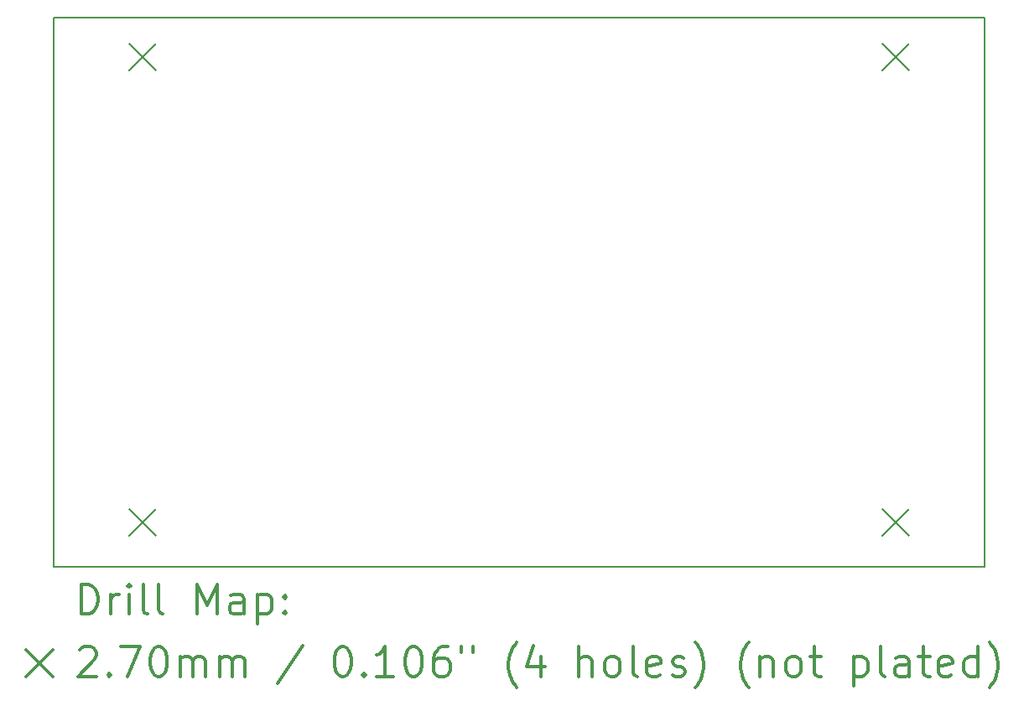
<source format=gbr>
%FSLAX45Y45*%
G04 Gerber Fmt 4.5, Leading zero omitted, Abs format (unit mm)*
G04 Created by KiCad (PCBNEW (5.1.2)-1) date 2019-06-05 20:45:45*
%MOMM*%
%LPD*%
G04 APERTURE LIST*
%ADD10C,0.150000*%
%ADD11C,0.200000*%
%ADD12C,0.300000*%
G04 APERTURE END LIST*
D10*
X18500000Y-6800000D02*
X9100000Y-6800000D01*
X18500000Y-12350000D02*
X18500000Y-6800000D01*
X9100000Y-12350000D02*
X18500000Y-12350000D01*
X9100000Y-6800000D02*
X9100000Y-12350000D01*
D11*
X17465000Y-7065000D02*
X17735000Y-7335000D01*
X17735000Y-7065000D02*
X17465000Y-7335000D01*
X9865000Y-11765000D02*
X10135000Y-12035000D01*
X10135000Y-11765000D02*
X9865000Y-12035000D01*
X17465000Y-11765000D02*
X17735000Y-12035000D01*
X17735000Y-11765000D02*
X17465000Y-12035000D01*
X9865000Y-7065000D02*
X10135000Y-7335000D01*
X10135000Y-7065000D02*
X9865000Y-7335000D01*
D12*
X9378928Y-12823214D02*
X9378928Y-12523214D01*
X9450357Y-12523214D01*
X9493214Y-12537500D01*
X9521786Y-12566071D01*
X9536071Y-12594643D01*
X9550357Y-12651786D01*
X9550357Y-12694643D01*
X9536071Y-12751786D01*
X9521786Y-12780357D01*
X9493214Y-12808929D01*
X9450357Y-12823214D01*
X9378928Y-12823214D01*
X9678928Y-12823214D02*
X9678928Y-12623214D01*
X9678928Y-12680357D02*
X9693214Y-12651786D01*
X9707500Y-12637500D01*
X9736071Y-12623214D01*
X9764643Y-12623214D01*
X9864643Y-12823214D02*
X9864643Y-12623214D01*
X9864643Y-12523214D02*
X9850357Y-12537500D01*
X9864643Y-12551786D01*
X9878928Y-12537500D01*
X9864643Y-12523214D01*
X9864643Y-12551786D01*
X10050357Y-12823214D02*
X10021786Y-12808929D01*
X10007500Y-12780357D01*
X10007500Y-12523214D01*
X10207500Y-12823214D02*
X10178928Y-12808929D01*
X10164643Y-12780357D01*
X10164643Y-12523214D01*
X10550357Y-12823214D02*
X10550357Y-12523214D01*
X10650357Y-12737500D01*
X10750357Y-12523214D01*
X10750357Y-12823214D01*
X11021786Y-12823214D02*
X11021786Y-12666071D01*
X11007500Y-12637500D01*
X10978928Y-12623214D01*
X10921786Y-12623214D01*
X10893214Y-12637500D01*
X11021786Y-12808929D02*
X10993214Y-12823214D01*
X10921786Y-12823214D01*
X10893214Y-12808929D01*
X10878928Y-12780357D01*
X10878928Y-12751786D01*
X10893214Y-12723214D01*
X10921786Y-12708929D01*
X10993214Y-12708929D01*
X11021786Y-12694643D01*
X11164643Y-12623214D02*
X11164643Y-12923214D01*
X11164643Y-12637500D02*
X11193214Y-12623214D01*
X11250357Y-12623214D01*
X11278928Y-12637500D01*
X11293214Y-12651786D01*
X11307500Y-12680357D01*
X11307500Y-12766071D01*
X11293214Y-12794643D01*
X11278928Y-12808929D01*
X11250357Y-12823214D01*
X11193214Y-12823214D01*
X11164643Y-12808929D01*
X11436071Y-12794643D02*
X11450357Y-12808929D01*
X11436071Y-12823214D01*
X11421786Y-12808929D01*
X11436071Y-12794643D01*
X11436071Y-12823214D01*
X11436071Y-12637500D02*
X11450357Y-12651786D01*
X11436071Y-12666071D01*
X11421786Y-12651786D01*
X11436071Y-12637500D01*
X11436071Y-12666071D01*
X8822500Y-13182500D02*
X9092500Y-13452500D01*
X9092500Y-13182500D02*
X8822500Y-13452500D01*
X9364643Y-13181786D02*
X9378928Y-13167500D01*
X9407500Y-13153214D01*
X9478928Y-13153214D01*
X9507500Y-13167500D01*
X9521786Y-13181786D01*
X9536071Y-13210357D01*
X9536071Y-13238929D01*
X9521786Y-13281786D01*
X9350357Y-13453214D01*
X9536071Y-13453214D01*
X9664643Y-13424643D02*
X9678928Y-13438929D01*
X9664643Y-13453214D01*
X9650357Y-13438929D01*
X9664643Y-13424643D01*
X9664643Y-13453214D01*
X9778928Y-13153214D02*
X9978928Y-13153214D01*
X9850357Y-13453214D01*
X10150357Y-13153214D02*
X10178928Y-13153214D01*
X10207500Y-13167500D01*
X10221786Y-13181786D01*
X10236071Y-13210357D01*
X10250357Y-13267500D01*
X10250357Y-13338929D01*
X10236071Y-13396071D01*
X10221786Y-13424643D01*
X10207500Y-13438929D01*
X10178928Y-13453214D01*
X10150357Y-13453214D01*
X10121786Y-13438929D01*
X10107500Y-13424643D01*
X10093214Y-13396071D01*
X10078928Y-13338929D01*
X10078928Y-13267500D01*
X10093214Y-13210357D01*
X10107500Y-13181786D01*
X10121786Y-13167500D01*
X10150357Y-13153214D01*
X10378928Y-13453214D02*
X10378928Y-13253214D01*
X10378928Y-13281786D02*
X10393214Y-13267500D01*
X10421786Y-13253214D01*
X10464643Y-13253214D01*
X10493214Y-13267500D01*
X10507500Y-13296071D01*
X10507500Y-13453214D01*
X10507500Y-13296071D02*
X10521786Y-13267500D01*
X10550357Y-13253214D01*
X10593214Y-13253214D01*
X10621786Y-13267500D01*
X10636071Y-13296071D01*
X10636071Y-13453214D01*
X10778928Y-13453214D02*
X10778928Y-13253214D01*
X10778928Y-13281786D02*
X10793214Y-13267500D01*
X10821786Y-13253214D01*
X10864643Y-13253214D01*
X10893214Y-13267500D01*
X10907500Y-13296071D01*
X10907500Y-13453214D01*
X10907500Y-13296071D02*
X10921786Y-13267500D01*
X10950357Y-13253214D01*
X10993214Y-13253214D01*
X11021786Y-13267500D01*
X11036071Y-13296071D01*
X11036071Y-13453214D01*
X11621786Y-13138929D02*
X11364643Y-13524643D01*
X12007500Y-13153214D02*
X12036071Y-13153214D01*
X12064643Y-13167500D01*
X12078928Y-13181786D01*
X12093214Y-13210357D01*
X12107500Y-13267500D01*
X12107500Y-13338929D01*
X12093214Y-13396071D01*
X12078928Y-13424643D01*
X12064643Y-13438929D01*
X12036071Y-13453214D01*
X12007500Y-13453214D01*
X11978928Y-13438929D01*
X11964643Y-13424643D01*
X11950357Y-13396071D01*
X11936071Y-13338929D01*
X11936071Y-13267500D01*
X11950357Y-13210357D01*
X11964643Y-13181786D01*
X11978928Y-13167500D01*
X12007500Y-13153214D01*
X12236071Y-13424643D02*
X12250357Y-13438929D01*
X12236071Y-13453214D01*
X12221786Y-13438929D01*
X12236071Y-13424643D01*
X12236071Y-13453214D01*
X12536071Y-13453214D02*
X12364643Y-13453214D01*
X12450357Y-13453214D02*
X12450357Y-13153214D01*
X12421786Y-13196071D01*
X12393214Y-13224643D01*
X12364643Y-13238929D01*
X12721786Y-13153214D02*
X12750357Y-13153214D01*
X12778928Y-13167500D01*
X12793214Y-13181786D01*
X12807500Y-13210357D01*
X12821786Y-13267500D01*
X12821786Y-13338929D01*
X12807500Y-13396071D01*
X12793214Y-13424643D01*
X12778928Y-13438929D01*
X12750357Y-13453214D01*
X12721786Y-13453214D01*
X12693214Y-13438929D01*
X12678928Y-13424643D01*
X12664643Y-13396071D01*
X12650357Y-13338929D01*
X12650357Y-13267500D01*
X12664643Y-13210357D01*
X12678928Y-13181786D01*
X12693214Y-13167500D01*
X12721786Y-13153214D01*
X13078928Y-13153214D02*
X13021786Y-13153214D01*
X12993214Y-13167500D01*
X12978928Y-13181786D01*
X12950357Y-13224643D01*
X12936071Y-13281786D01*
X12936071Y-13396071D01*
X12950357Y-13424643D01*
X12964643Y-13438929D01*
X12993214Y-13453214D01*
X13050357Y-13453214D01*
X13078928Y-13438929D01*
X13093214Y-13424643D01*
X13107500Y-13396071D01*
X13107500Y-13324643D01*
X13093214Y-13296071D01*
X13078928Y-13281786D01*
X13050357Y-13267500D01*
X12993214Y-13267500D01*
X12964643Y-13281786D01*
X12950357Y-13296071D01*
X12936071Y-13324643D01*
X13221786Y-13153214D02*
X13221786Y-13210357D01*
X13336071Y-13153214D02*
X13336071Y-13210357D01*
X13778928Y-13567500D02*
X13764643Y-13553214D01*
X13736071Y-13510357D01*
X13721786Y-13481786D01*
X13707500Y-13438929D01*
X13693214Y-13367500D01*
X13693214Y-13310357D01*
X13707500Y-13238929D01*
X13721786Y-13196071D01*
X13736071Y-13167500D01*
X13764643Y-13124643D01*
X13778928Y-13110357D01*
X14021786Y-13253214D02*
X14021786Y-13453214D01*
X13950357Y-13138929D02*
X13878928Y-13353214D01*
X14064643Y-13353214D01*
X14407500Y-13453214D02*
X14407500Y-13153214D01*
X14536071Y-13453214D02*
X14536071Y-13296071D01*
X14521786Y-13267500D01*
X14493214Y-13253214D01*
X14450357Y-13253214D01*
X14421786Y-13267500D01*
X14407500Y-13281786D01*
X14721786Y-13453214D02*
X14693214Y-13438929D01*
X14678928Y-13424643D01*
X14664643Y-13396071D01*
X14664643Y-13310357D01*
X14678928Y-13281786D01*
X14693214Y-13267500D01*
X14721786Y-13253214D01*
X14764643Y-13253214D01*
X14793214Y-13267500D01*
X14807500Y-13281786D01*
X14821786Y-13310357D01*
X14821786Y-13396071D01*
X14807500Y-13424643D01*
X14793214Y-13438929D01*
X14764643Y-13453214D01*
X14721786Y-13453214D01*
X14993214Y-13453214D02*
X14964643Y-13438929D01*
X14950357Y-13410357D01*
X14950357Y-13153214D01*
X15221786Y-13438929D02*
X15193214Y-13453214D01*
X15136071Y-13453214D01*
X15107500Y-13438929D01*
X15093214Y-13410357D01*
X15093214Y-13296071D01*
X15107500Y-13267500D01*
X15136071Y-13253214D01*
X15193214Y-13253214D01*
X15221786Y-13267500D01*
X15236071Y-13296071D01*
X15236071Y-13324643D01*
X15093214Y-13353214D01*
X15350357Y-13438929D02*
X15378928Y-13453214D01*
X15436071Y-13453214D01*
X15464643Y-13438929D01*
X15478928Y-13410357D01*
X15478928Y-13396071D01*
X15464643Y-13367500D01*
X15436071Y-13353214D01*
X15393214Y-13353214D01*
X15364643Y-13338929D01*
X15350357Y-13310357D01*
X15350357Y-13296071D01*
X15364643Y-13267500D01*
X15393214Y-13253214D01*
X15436071Y-13253214D01*
X15464643Y-13267500D01*
X15578928Y-13567500D02*
X15593214Y-13553214D01*
X15621786Y-13510357D01*
X15636071Y-13481786D01*
X15650357Y-13438929D01*
X15664643Y-13367500D01*
X15664643Y-13310357D01*
X15650357Y-13238929D01*
X15636071Y-13196071D01*
X15621786Y-13167500D01*
X15593214Y-13124643D01*
X15578928Y-13110357D01*
X16121786Y-13567500D02*
X16107500Y-13553214D01*
X16078928Y-13510357D01*
X16064643Y-13481786D01*
X16050357Y-13438929D01*
X16036071Y-13367500D01*
X16036071Y-13310357D01*
X16050357Y-13238929D01*
X16064643Y-13196071D01*
X16078928Y-13167500D01*
X16107500Y-13124643D01*
X16121786Y-13110357D01*
X16236071Y-13253214D02*
X16236071Y-13453214D01*
X16236071Y-13281786D02*
X16250357Y-13267500D01*
X16278928Y-13253214D01*
X16321786Y-13253214D01*
X16350357Y-13267500D01*
X16364643Y-13296071D01*
X16364643Y-13453214D01*
X16550357Y-13453214D02*
X16521786Y-13438929D01*
X16507500Y-13424643D01*
X16493214Y-13396071D01*
X16493214Y-13310357D01*
X16507500Y-13281786D01*
X16521786Y-13267500D01*
X16550357Y-13253214D01*
X16593214Y-13253214D01*
X16621786Y-13267500D01*
X16636071Y-13281786D01*
X16650357Y-13310357D01*
X16650357Y-13396071D01*
X16636071Y-13424643D01*
X16621786Y-13438929D01*
X16593214Y-13453214D01*
X16550357Y-13453214D01*
X16736071Y-13253214D02*
X16850357Y-13253214D01*
X16778928Y-13153214D02*
X16778928Y-13410357D01*
X16793214Y-13438929D01*
X16821786Y-13453214D01*
X16850357Y-13453214D01*
X17178928Y-13253214D02*
X17178928Y-13553214D01*
X17178928Y-13267500D02*
X17207500Y-13253214D01*
X17264643Y-13253214D01*
X17293214Y-13267500D01*
X17307500Y-13281786D01*
X17321786Y-13310357D01*
X17321786Y-13396071D01*
X17307500Y-13424643D01*
X17293214Y-13438929D01*
X17264643Y-13453214D01*
X17207500Y-13453214D01*
X17178928Y-13438929D01*
X17493214Y-13453214D02*
X17464643Y-13438929D01*
X17450357Y-13410357D01*
X17450357Y-13153214D01*
X17736071Y-13453214D02*
X17736071Y-13296071D01*
X17721786Y-13267500D01*
X17693214Y-13253214D01*
X17636071Y-13253214D01*
X17607500Y-13267500D01*
X17736071Y-13438929D02*
X17707500Y-13453214D01*
X17636071Y-13453214D01*
X17607500Y-13438929D01*
X17593214Y-13410357D01*
X17593214Y-13381786D01*
X17607500Y-13353214D01*
X17636071Y-13338929D01*
X17707500Y-13338929D01*
X17736071Y-13324643D01*
X17836071Y-13253214D02*
X17950357Y-13253214D01*
X17878928Y-13153214D02*
X17878928Y-13410357D01*
X17893214Y-13438929D01*
X17921786Y-13453214D01*
X17950357Y-13453214D01*
X18164643Y-13438929D02*
X18136071Y-13453214D01*
X18078928Y-13453214D01*
X18050357Y-13438929D01*
X18036071Y-13410357D01*
X18036071Y-13296071D01*
X18050357Y-13267500D01*
X18078928Y-13253214D01*
X18136071Y-13253214D01*
X18164643Y-13267500D01*
X18178928Y-13296071D01*
X18178928Y-13324643D01*
X18036071Y-13353214D01*
X18436071Y-13453214D02*
X18436071Y-13153214D01*
X18436071Y-13438929D02*
X18407500Y-13453214D01*
X18350357Y-13453214D01*
X18321786Y-13438929D01*
X18307500Y-13424643D01*
X18293214Y-13396071D01*
X18293214Y-13310357D01*
X18307500Y-13281786D01*
X18321786Y-13267500D01*
X18350357Y-13253214D01*
X18407500Y-13253214D01*
X18436071Y-13267500D01*
X18550357Y-13567500D02*
X18564643Y-13553214D01*
X18593214Y-13510357D01*
X18607500Y-13481786D01*
X18621786Y-13438929D01*
X18636071Y-13367500D01*
X18636071Y-13310357D01*
X18621786Y-13238929D01*
X18607500Y-13196071D01*
X18593214Y-13167500D01*
X18564643Y-13124643D01*
X18550357Y-13110357D01*
M02*

</source>
